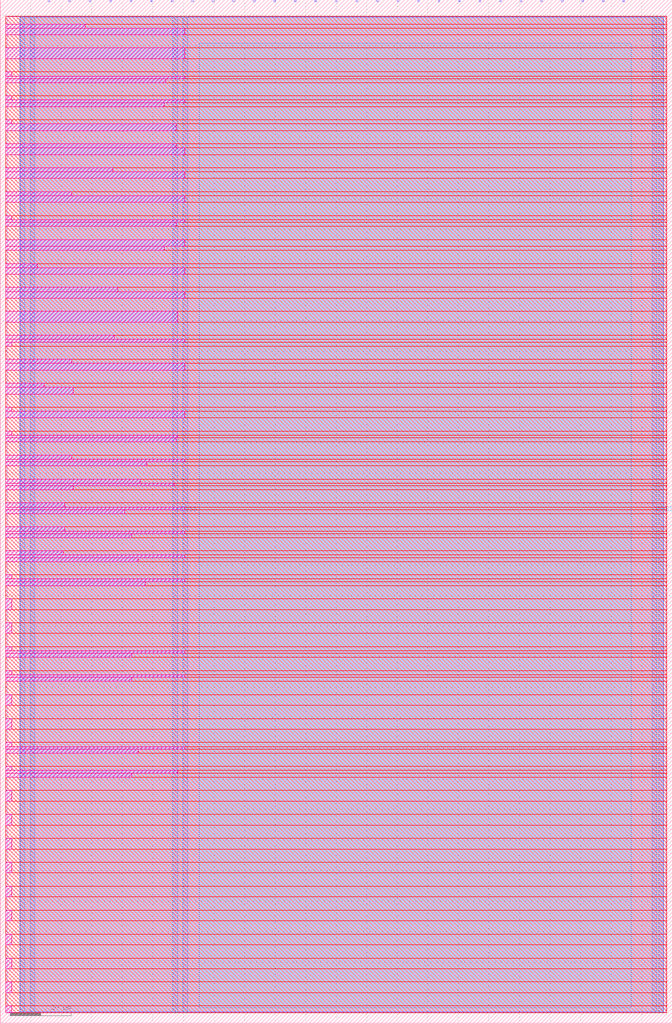
<source format=lef>
VERSION 5.7 ;
  NOWIREEXTENSIONATPIN ON ;
  DIVIDERCHAR "/" ;
  BUSBITCHARS "[]" ;
MACRO efuse_ctrl
  CLASS BLOCK ;
  FOREIGN efuse_ctrl ;
  ORIGIN 0.000 0.000 ;
  SIZE 220.000 BY 335.000 ;
  PIN VDD
    DIRECTION INOUT ;
    USE POWER ;
    PORT
      LAYER Metal4 ;
        RECT 6.440 3.620 8.040 329.580 ;
    END
    PORT
      LAYER Metal4 ;
        RECT 56.440 3.620 58.040 329.580 ;
    END
    PORT
      LAYER Metal4 ;
        RECT 213.400 3.620 215.000 329.580 ;
    END
  END VDD
  PIN VSS
    DIRECTION INOUT ;
    USE GROUND ;
    PORT
      LAYER Metal4 ;
        RECT 9.740 3.620 11.340 329.580 ;
    END
    PORT
      LAYER Metal4 ;
        RECT 59.740 3.620 61.340 329.580 ;
    END
    PORT
      LAYER Metal4 ;
        RECT 215.640 3.620 217.240 329.580 ;
    END
  END VSS
  PIN wb_ack_o
    DIRECTION OUTPUT ;
    USE SIGNAL ;
    PORT
      LAYER Metal2 ;
        RECT 15.680 334.440 16.240 335.000 ;
    END
  END wb_ack_o
  PIN wb_adr_i[0]
    DIRECTION INPUT ;
    USE SIGNAL ;
    PORT
      LAYER Metal2 ;
        RECT 62.720 334.440 63.280 335.000 ;
    END
  END wb_adr_i[0]
  PIN wb_adr_i[1]
    DIRECTION INPUT ;
    USE SIGNAL ;
    PORT
      LAYER Metal2 ;
        RECT 82.880 334.440 83.440 335.000 ;
    END
  END wb_adr_i[1]
  PIN wb_adr_i[2]
    DIRECTION INPUT ;
    USE SIGNAL ;
    PORT
      LAYER Metal2 ;
        RECT 103.040 334.440 103.600 335.000 ;
    END
  END wb_adr_i[2]
  PIN wb_adr_i[3]
    DIRECTION INPUT ;
    USE SIGNAL ;
    PORT
      LAYER Metal2 ;
        RECT 123.200 334.440 123.760 335.000 ;
    END
  END wb_adr_i[3]
  PIN wb_adr_i[4]
    DIRECTION INPUT ;
    USE SIGNAL ;
    PORT
      LAYER Metal2 ;
        RECT 143.360 334.440 143.920 335.000 ;
    END
  END wb_adr_i[4]
  PIN wb_adr_i[5]
    DIRECTION INPUT ;
    USE SIGNAL ;
    PORT
      LAYER Metal2 ;
        RECT 163.520 334.440 164.080 335.000 ;
    END
  END wb_adr_i[5]
  PIN wb_clk_i
    DIRECTION INPUT ;
    USE SIGNAL ;
    PORT
      LAYER Metal2 ;
        RECT 22.400 334.440 22.960 335.000 ;
    END
  END wb_clk_i
  PIN wb_cyc_i
    DIRECTION INPUT ;
    USE SIGNAL ;
    PORT
      LAYER Metal2 ;
        RECT 29.120 334.440 29.680 335.000 ;
    END
  END wb_cyc_i
  PIN wb_dat_i[0]
    DIRECTION INPUT ;
    USE SIGNAL ;
    PORT
      LAYER Metal2 ;
        RECT 69.440 334.440 70.000 335.000 ;
    END
  END wb_dat_i[0]
  PIN wb_dat_i[1]
    DIRECTION INPUT ;
    USE SIGNAL ;
    PORT
      LAYER Metal2 ;
        RECT 89.600 334.440 90.160 335.000 ;
    END
  END wb_dat_i[1]
  PIN wb_dat_i[2]
    DIRECTION INPUT ;
    USE SIGNAL ;
    PORT
      LAYER Metal2 ;
        RECT 109.760 334.440 110.320 335.000 ;
    END
  END wb_dat_i[2]
  PIN wb_dat_i[3]
    DIRECTION INPUT ;
    USE SIGNAL ;
    PORT
      LAYER Metal2 ;
        RECT 129.920 334.440 130.480 335.000 ;
    END
  END wb_dat_i[3]
  PIN wb_dat_i[4]
    DIRECTION INPUT ;
    USE SIGNAL ;
    PORT
      LAYER Metal2 ;
        RECT 150.080 334.440 150.640 335.000 ;
    END
  END wb_dat_i[4]
  PIN wb_dat_i[5]
    DIRECTION INPUT ;
    USE SIGNAL ;
    PORT
      LAYER Metal2 ;
        RECT 170.240 334.440 170.800 335.000 ;
    END
  END wb_dat_i[5]
  PIN wb_dat_i[6]
    DIRECTION INPUT ;
    USE SIGNAL ;
    PORT
      LAYER Metal2 ;
        RECT 183.680 334.440 184.240 335.000 ;
    END
  END wb_dat_i[6]
  PIN wb_dat_i[7]
    DIRECTION INPUT ;
    USE SIGNAL ;
    PORT
      LAYER Metal2 ;
        RECT 197.120 334.440 197.680 335.000 ;
    END
  END wb_dat_i[7]
  PIN wb_dat_o[0]
    DIRECTION OUTPUT ;
    USE SIGNAL ;
    PORT
      LAYER Metal2 ;
        RECT 76.160 334.440 76.720 335.000 ;
    END
  END wb_dat_o[0]
  PIN wb_dat_o[1]
    DIRECTION OUTPUT ;
    USE SIGNAL ;
    PORT
      LAYER Metal2 ;
        RECT 96.320 334.440 96.880 335.000 ;
    END
  END wb_dat_o[1]
  PIN wb_dat_o[2]
    DIRECTION OUTPUT ;
    USE SIGNAL ;
    PORT
      LAYER Metal2 ;
        RECT 116.480 334.440 117.040 335.000 ;
    END
  END wb_dat_o[2]
  PIN wb_dat_o[3]
    DIRECTION OUTPUT ;
    USE SIGNAL ;
    PORT
      LAYER Metal2 ;
        RECT 136.640 334.440 137.200 335.000 ;
    END
  END wb_dat_o[3]
  PIN wb_dat_o[4]
    DIRECTION OUTPUT ;
    USE SIGNAL ;
    PORT
      LAYER Metal2 ;
        RECT 156.800 334.440 157.360 335.000 ;
    END
  END wb_dat_o[4]
  PIN wb_dat_o[5]
    DIRECTION OUTPUT ;
    USE SIGNAL ;
    PORT
      LAYER Metal2 ;
        RECT 176.960 334.440 177.520 335.000 ;
    END
  END wb_dat_o[5]
  PIN wb_dat_o[6]
    DIRECTION OUTPUT ;
    USE SIGNAL ;
    PORT
      LAYER Metal2 ;
        RECT 190.400 334.440 190.960 335.000 ;
    END
  END wb_dat_o[6]
  PIN wb_dat_o[7]
    DIRECTION OUTPUT ;
    USE SIGNAL ;
    PORT
      LAYER Metal2 ;
        RECT 203.840 334.440 204.400 335.000 ;
    END
  END wb_dat_o[7]
  PIN wb_rst_i
    DIRECTION INPUT ;
    USE SIGNAL ;
    PORT
      LAYER Metal2 ;
        RECT 35.840 334.440 36.400 335.000 ;
    END
  END wb_rst_i
  PIN wb_sel_i
    DIRECTION INPUT ;
    USE SIGNAL ;
    PORT
      LAYER Metal2 ;
        RECT 42.560 334.440 43.120 335.000 ;
    END
  END wb_sel_i
  PIN wb_stb_i
    DIRECTION INPUT ;
    USE SIGNAL ;
    PORT
      LAYER Metal2 ;
        RECT 49.280 334.440 49.840 335.000 ;
    END
  END wb_stb_i
  PIN wb_we_i
    DIRECTION INPUT ;
    USE SIGNAL ;
    PORT
      LAYER Metal2 ;
        RECT 56.000 334.440 56.560 335.000 ;
    END
  END wb_we_i
  OBS
      LAYER Nwell ;
        RECT 1.810 327.120 218.270 329.710 ;
      LAYER Pwell ;
        RECT 1.810 325.790 27.870 327.120 ;
      LAYER Nwell ;
        RECT 27.870 325.790 218.270 327.120 ;
      LAYER Pwell ;
        RECT 1.810 323.600 60.350 325.790 ;
      LAYER Nwell ;
        RECT 60.350 323.600 218.270 325.790 ;
        RECT 1.810 319.280 218.270 323.600 ;
      LAYER Pwell ;
        RECT 1.810 315.760 60.350 319.280 ;
      LAYER Nwell ;
        RECT 60.350 315.760 218.270 319.280 ;
        RECT 1.810 311.440 218.270 315.760 ;
      LAYER Pwell ;
        RECT 1.810 310.110 3.790 311.440 ;
      LAYER Nwell ;
        RECT 3.790 310.110 218.270 311.440 ;
      LAYER Pwell ;
        RECT 1.810 309.250 60.350 310.110 ;
      LAYER Nwell ;
        RECT 60.350 309.250 218.270 310.110 ;
      LAYER Pwell ;
        RECT 1.810 307.920 54.190 309.250 ;
      LAYER Nwell ;
        RECT 54.190 307.920 218.270 309.250 ;
        RECT 1.810 303.600 218.270 307.920 ;
      LAYER Pwell ;
        RECT 1.810 302.270 3.790 303.600 ;
      LAYER Nwell ;
        RECT 3.790 302.270 218.270 303.600 ;
      LAYER Pwell ;
        RECT 1.810 301.410 60.350 302.270 ;
      LAYER Nwell ;
        RECT 60.350 301.410 218.270 302.270 ;
      LAYER Pwell ;
        RECT 1.810 300.080 53.630 301.410 ;
      LAYER Nwell ;
        RECT 53.630 300.080 218.270 301.410 ;
        RECT 1.810 295.760 218.270 300.080 ;
      LAYER Pwell ;
        RECT 1.810 294.430 3.790 295.760 ;
      LAYER Nwell ;
        RECT 3.790 294.430 218.270 295.760 ;
      LAYER Pwell ;
        RECT 1.810 292.240 57.550 294.430 ;
      LAYER Nwell ;
        RECT 57.550 292.240 218.270 294.430 ;
        RECT 1.810 287.920 218.270 292.240 ;
      LAYER Pwell ;
        RECT 1.810 286.590 57.550 287.920 ;
      LAYER Nwell ;
        RECT 57.550 286.590 218.270 287.920 ;
      LAYER Pwell ;
        RECT 1.810 284.400 60.350 286.590 ;
      LAYER Nwell ;
        RECT 60.350 284.400 218.270 286.590 ;
        RECT 1.810 280.080 218.270 284.400 ;
      LAYER Pwell ;
        RECT 1.810 278.750 36.830 280.080 ;
      LAYER Nwell ;
        RECT 36.830 278.750 218.270 280.080 ;
      LAYER Pwell ;
        RECT 1.810 276.560 60.350 278.750 ;
      LAYER Nwell ;
        RECT 60.350 276.560 218.270 278.750 ;
        RECT 1.810 272.240 218.270 276.560 ;
      LAYER Pwell ;
        RECT 1.810 270.910 23.390 272.240 ;
      LAYER Nwell ;
        RECT 23.390 270.910 218.270 272.240 ;
      LAYER Pwell ;
        RECT 1.810 268.720 60.350 270.910 ;
      LAYER Nwell ;
        RECT 60.350 268.720 218.270 270.910 ;
        RECT 1.810 264.400 218.270 268.720 ;
      LAYER Pwell ;
        RECT 1.810 263.070 3.790 264.400 ;
      LAYER Nwell ;
        RECT 3.790 263.070 218.270 264.400 ;
      LAYER Pwell ;
        RECT 1.810 262.210 60.350 263.070 ;
      LAYER Nwell ;
        RECT 60.350 262.210 218.270 263.070 ;
      LAYER Pwell ;
        RECT 1.810 260.880 57.550 262.210 ;
      LAYER Nwell ;
        RECT 57.550 260.880 218.270 262.210 ;
        RECT 1.810 256.560 218.270 260.880 ;
      LAYER Pwell ;
        RECT 1.810 254.370 60.350 256.560 ;
      LAYER Nwell ;
        RECT 60.350 254.370 218.270 256.560 ;
      LAYER Pwell ;
        RECT 1.810 253.040 53.630 254.370 ;
      LAYER Nwell ;
        RECT 53.630 253.040 218.270 254.370 ;
        RECT 1.810 248.720 218.270 253.040 ;
      LAYER Pwell ;
        RECT 1.810 247.390 12.190 248.720 ;
      LAYER Nwell ;
        RECT 12.190 247.390 218.270 248.720 ;
      LAYER Pwell ;
        RECT 1.810 245.200 60.350 247.390 ;
      LAYER Nwell ;
        RECT 60.350 245.200 218.270 247.390 ;
        RECT 1.810 240.880 218.270 245.200 ;
      LAYER Pwell ;
        RECT 1.810 239.550 38.510 240.880 ;
      LAYER Nwell ;
        RECT 38.510 239.550 218.270 240.880 ;
      LAYER Pwell ;
        RECT 1.810 237.360 60.350 239.550 ;
      LAYER Nwell ;
        RECT 60.350 237.360 218.270 239.550 ;
        RECT 1.810 233.040 218.270 237.360 ;
      LAYER Pwell ;
        RECT 1.810 229.520 58.110 233.040 ;
      LAYER Nwell ;
        RECT 58.110 229.520 218.270 233.040 ;
        RECT 1.810 225.200 218.270 229.520 ;
      LAYER Pwell ;
        RECT 1.810 223.870 37.390 225.200 ;
      LAYER Nwell ;
        RECT 37.390 223.870 218.270 225.200 ;
      LAYER Pwell ;
        RECT 1.810 223.010 60.350 223.870 ;
      LAYER Nwell ;
        RECT 60.350 223.010 218.270 223.870 ;
      LAYER Pwell ;
        RECT 1.810 221.680 3.790 223.010 ;
      LAYER Nwell ;
        RECT 3.790 221.680 218.270 223.010 ;
        RECT 1.810 217.360 218.270 221.680 ;
      LAYER Pwell ;
        RECT 1.810 216.030 23.390 217.360 ;
      LAYER Nwell ;
        RECT 23.390 216.030 218.270 217.360 ;
      LAYER Pwell ;
        RECT 1.810 213.840 60.350 216.030 ;
      LAYER Nwell ;
        RECT 60.350 213.840 218.270 216.030 ;
        RECT 1.810 209.520 218.270 213.840 ;
      LAYER Pwell ;
        RECT 1.810 208.190 14.430 209.520 ;
      LAYER Nwell ;
        RECT 14.430 208.190 218.270 209.520 ;
      LAYER Pwell ;
        RECT 1.810 206.000 23.950 208.190 ;
      LAYER Nwell ;
        RECT 23.950 206.000 218.270 208.190 ;
        RECT 1.810 201.680 218.270 206.000 ;
      LAYER Pwell ;
        RECT 1.810 200.350 3.790 201.680 ;
      LAYER Nwell ;
        RECT 3.790 200.350 218.270 201.680 ;
      LAYER Pwell ;
        RECT 1.810 198.160 60.350 200.350 ;
      LAYER Nwell ;
        RECT 60.350 198.160 218.270 200.350 ;
        RECT 1.810 193.840 218.270 198.160 ;
      LAYER Pwell ;
        RECT 1.810 192.510 3.790 193.840 ;
      LAYER Nwell ;
        RECT 3.790 192.510 218.270 193.840 ;
      LAYER Pwell ;
        RECT 1.810 191.650 58.110 192.510 ;
      LAYER Nwell ;
        RECT 58.110 191.650 218.270 192.510 ;
      LAYER Pwell ;
        RECT 1.810 190.320 57.550 191.650 ;
      LAYER Nwell ;
        RECT 57.550 190.320 218.270 191.650 ;
        RECT 1.810 186.000 218.270 190.320 ;
      LAYER Pwell ;
        RECT 1.810 184.670 23.390 186.000 ;
      LAYER Nwell ;
        RECT 23.390 184.670 218.270 186.000 ;
      LAYER Pwell ;
        RECT 1.810 183.810 60.350 184.670 ;
      LAYER Nwell ;
        RECT 60.350 183.810 218.270 184.670 ;
      LAYER Pwell ;
        RECT 1.810 182.480 48.030 183.810 ;
      LAYER Nwell ;
        RECT 48.030 182.480 218.270 183.810 ;
        RECT 1.810 178.160 218.270 182.480 ;
      LAYER Pwell ;
        RECT 1.810 176.830 45.790 178.160 ;
      LAYER Nwell ;
        RECT 45.790 176.830 218.270 178.160 ;
      LAYER Pwell ;
        RECT 1.810 175.970 56.990 176.830 ;
      LAYER Nwell ;
        RECT 56.990 175.970 218.270 176.830 ;
      LAYER Pwell ;
        RECT 1.810 174.640 23.950 175.970 ;
      LAYER Nwell ;
        RECT 23.950 174.640 218.270 175.970 ;
        RECT 1.810 170.320 218.270 174.640 ;
      LAYER Pwell ;
        RECT 1.810 168.990 21.150 170.320 ;
      LAYER Nwell ;
        RECT 21.150 168.990 218.270 170.320 ;
      LAYER Pwell ;
        RECT 1.810 168.130 60.350 168.990 ;
      LAYER Nwell ;
        RECT 60.350 168.130 218.270 168.990 ;
      LAYER Pwell ;
        RECT 1.810 166.800 40.750 168.130 ;
      LAYER Nwell ;
        RECT 40.750 166.800 218.270 168.130 ;
        RECT 1.810 162.480 218.270 166.800 ;
      LAYER Pwell ;
        RECT 1.810 161.150 21.150 162.480 ;
      LAYER Nwell ;
        RECT 21.150 161.150 218.270 162.480 ;
      LAYER Pwell ;
        RECT 1.810 160.290 60.350 161.150 ;
      LAYER Nwell ;
        RECT 60.350 160.290 218.270 161.150 ;
      LAYER Pwell ;
        RECT 1.810 158.960 42.990 160.290 ;
      LAYER Nwell ;
        RECT 42.990 158.960 218.270 160.290 ;
        RECT 1.810 154.640 218.270 158.960 ;
      LAYER Pwell ;
        RECT 1.810 153.310 20.590 154.640 ;
      LAYER Nwell ;
        RECT 20.590 153.310 218.270 154.640 ;
      LAYER Pwell ;
        RECT 1.810 152.450 60.350 153.310 ;
      LAYER Nwell ;
        RECT 60.350 152.450 218.270 153.310 ;
      LAYER Pwell ;
        RECT 1.810 151.120 45.230 152.450 ;
      LAYER Nwell ;
        RECT 45.230 151.120 218.270 152.450 ;
        RECT 1.810 146.800 218.270 151.120 ;
      LAYER Pwell ;
        RECT 1.810 145.470 3.790 146.800 ;
      LAYER Nwell ;
        RECT 3.790 145.470 218.270 146.800 ;
      LAYER Pwell ;
        RECT 1.810 144.610 60.350 145.470 ;
      LAYER Nwell ;
        RECT 60.350 144.610 218.270 145.470 ;
      LAYER Pwell ;
        RECT 1.810 143.280 47.470 144.610 ;
      LAYER Nwell ;
        RECT 47.470 143.280 218.270 144.610 ;
        RECT 1.810 138.960 218.270 143.280 ;
      LAYER Pwell ;
        RECT 1.810 135.440 3.790 138.960 ;
      LAYER Nwell ;
        RECT 3.790 135.440 218.270 138.960 ;
        RECT 1.810 131.120 218.270 135.440 ;
      LAYER Pwell ;
        RECT 1.810 127.600 3.790 131.120 ;
      LAYER Nwell ;
        RECT 3.790 127.600 218.270 131.120 ;
        RECT 1.810 123.280 218.270 127.600 ;
      LAYER Pwell ;
        RECT 1.810 121.950 3.790 123.280 ;
      LAYER Nwell ;
        RECT 3.790 121.950 218.270 123.280 ;
      LAYER Pwell ;
        RECT 1.810 121.090 60.350 121.950 ;
      LAYER Nwell ;
        RECT 60.350 121.090 218.270 121.950 ;
      LAYER Pwell ;
        RECT 1.810 119.760 42.990 121.090 ;
      LAYER Nwell ;
        RECT 42.990 119.760 218.270 121.090 ;
        RECT 1.810 115.440 218.270 119.760 ;
      LAYER Pwell ;
        RECT 1.810 114.110 3.790 115.440 ;
      LAYER Nwell ;
        RECT 3.790 114.110 218.270 115.440 ;
      LAYER Pwell ;
        RECT 1.810 113.250 60.350 114.110 ;
      LAYER Nwell ;
        RECT 60.350 113.250 218.270 114.110 ;
      LAYER Pwell ;
        RECT 1.810 111.920 42.990 113.250 ;
      LAYER Nwell ;
        RECT 42.990 111.920 218.270 113.250 ;
        RECT 1.810 107.600 218.270 111.920 ;
      LAYER Pwell ;
        RECT 1.810 104.080 3.790 107.600 ;
      LAYER Nwell ;
        RECT 3.790 104.080 218.270 107.600 ;
        RECT 1.810 99.760 218.270 104.080 ;
      LAYER Pwell ;
        RECT 1.810 96.240 3.790 99.760 ;
      LAYER Nwell ;
        RECT 3.790 96.240 218.270 99.760 ;
        RECT 1.810 91.920 218.270 96.240 ;
      LAYER Pwell ;
        RECT 1.810 90.590 3.790 91.920 ;
      LAYER Nwell ;
        RECT 3.790 90.590 218.270 91.920 ;
      LAYER Pwell ;
        RECT 1.810 89.730 60.350 90.590 ;
      LAYER Nwell ;
        RECT 60.350 89.730 218.270 90.590 ;
      LAYER Pwell ;
        RECT 1.810 88.400 45.230 89.730 ;
      LAYER Nwell ;
        RECT 45.230 88.400 218.270 89.730 ;
        RECT 1.810 84.080 218.270 88.400 ;
      LAYER Pwell ;
        RECT 1.810 82.750 3.790 84.080 ;
      LAYER Nwell ;
        RECT 3.790 82.750 218.270 84.080 ;
      LAYER Pwell ;
        RECT 1.810 81.890 58.110 82.750 ;
      LAYER Nwell ;
        RECT 58.110 81.890 218.270 82.750 ;
      LAYER Pwell ;
        RECT 1.810 80.560 42.990 81.890 ;
      LAYER Nwell ;
        RECT 42.990 80.560 218.270 81.890 ;
        RECT 1.810 76.240 218.270 80.560 ;
      LAYER Pwell ;
        RECT 1.810 72.720 3.790 76.240 ;
      LAYER Nwell ;
        RECT 3.790 72.720 218.270 76.240 ;
        RECT 1.810 68.400 218.270 72.720 ;
      LAYER Pwell ;
        RECT 1.810 64.880 3.790 68.400 ;
      LAYER Nwell ;
        RECT 3.790 64.880 218.270 68.400 ;
        RECT 1.810 60.560 218.270 64.880 ;
      LAYER Pwell ;
        RECT 1.810 57.040 3.790 60.560 ;
      LAYER Nwell ;
        RECT 3.790 57.040 218.270 60.560 ;
        RECT 1.810 52.720 218.270 57.040 ;
      LAYER Pwell ;
        RECT 1.810 49.200 3.790 52.720 ;
      LAYER Nwell ;
        RECT 3.790 49.200 218.270 52.720 ;
        RECT 1.810 44.880 218.270 49.200 ;
      LAYER Pwell ;
        RECT 1.810 41.360 3.790 44.880 ;
      LAYER Nwell ;
        RECT 3.790 41.360 218.270 44.880 ;
        RECT 1.810 37.040 218.270 41.360 ;
      LAYER Pwell ;
        RECT 1.810 33.520 3.790 37.040 ;
      LAYER Nwell ;
        RECT 3.790 33.520 218.270 37.040 ;
        RECT 1.810 29.200 218.270 33.520 ;
      LAYER Pwell ;
        RECT 1.810 25.680 3.790 29.200 ;
      LAYER Nwell ;
        RECT 3.790 25.680 218.270 29.200 ;
        RECT 1.810 21.360 218.270 25.680 ;
      LAYER Pwell ;
        RECT 1.810 17.840 3.790 21.360 ;
      LAYER Nwell ;
        RECT 3.790 17.840 218.270 21.360 ;
        RECT 1.810 13.520 218.270 17.840 ;
      LAYER Pwell ;
        RECT 1.810 10.000 3.790 13.520 ;
      LAYER Nwell ;
        RECT 3.790 10.000 218.270 13.520 ;
        RECT 1.810 5.680 218.270 10.000 ;
      LAYER Pwell ;
        RECT 1.810 3.490 3.790 5.680 ;
      LAYER Nwell ;
        RECT 3.790 3.490 218.270 5.680 ;
      LAYER Metal1 ;
        RECT 2.240 3.620 217.840 329.580 ;
      LAYER Metal2 ;
        RECT 6.580 3.730 217.100 329.470 ;
      LAYER Metal3 ;
        RECT 6.530 3.780 217.150 329.420 ;
      LAYER Metal4 ;
        RECT 65.070 5.000 206.590 320.825 ;
  END
END efuse_ctrl
END LIBRARY


</source>
